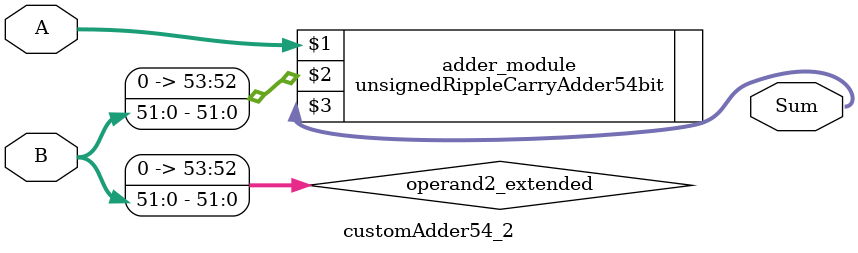
<source format=v>
module customAdder54_2(
                        input [53 : 0] A,
                        input [51 : 0] B,
                        
                        output [54 : 0] Sum
                );

        wire [53 : 0] operand2_extended;
        
        assign operand2_extended =  {2'b0, B};
        
        unsignedRippleCarryAdder54bit adder_module(
            A,
            operand2_extended,
            Sum
        );
        
        endmodule
        
</source>
